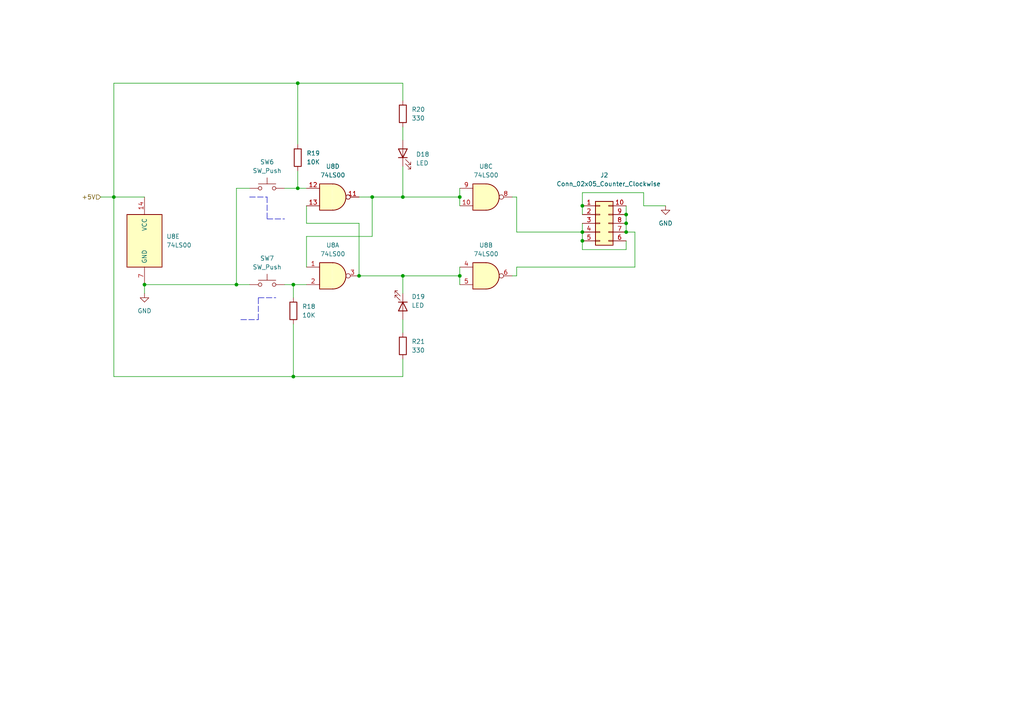
<source format=kicad_sch>
(kicad_sch (version 20211123) (generator eeschema)
  (paper "A4")
  (lib_symbols
    (symbol "74xx:74LS00" (pin_names (offset 1.016))
      (property "Reference" "U" (at 0 1.27 0))
      (property "Value" "74LS00" (at 0 -1.27 0))
      (symbol "74LS00_1_1"
        (arc (start 0 -3.81) (mid 3.81 0) (end 0 3.81) (stroke (width 0.254)) (fill (type background)))
        (polyline (pts (xy 0 3.81) (xy -3.81 3.81) (xy -3.81 -3.81) (xy 0 -3.81)) (stroke (width 0.254)) (fill (type background)))
        (pin input line (at -7.62 2.54 0) (length 3.81) (name "~") (number "1"))
        (pin input line (at -7.62 -2.54 0) (length 3.81) (name "~") (number "2"))
        (pin output inverted (at 7.62 0 180) (length 3.81) (name "~") (number "3"))
      )
      (symbol "74LS00_1_2"
        (arc (start -3.81 -3.81) (mid -2.589 0) (end -3.81 3.81) (stroke (width 0.254)))
        (arc (start -0.6096 -3.81) (mid 2.1842 -2.5851) (end 3.81 0) (stroke (width 0.254)) (fill (type background)))
        (polyline (pts (xy -3.81 -3.81) (xy -0.635 -3.81)) (stroke (width 0.254)) (fill (type background)))
        (polyline (pts (xy -3.81 3.81) (xy -0.635 3.81)) (stroke (width 0.254)) (fill (type background)))
        (polyline (pts (xy -0.635 3.81) (xy -3.81 3.81) (xy -3.81 3.81) (xy -3.556 3.4036) (xy -3.0226 2.2606) (xy -2.6924 1.0414) (xy -2.6162 -0.254) (xy -2.7686 -1.4986) (xy -3.175 -2.7178) (xy -3.81 -3.81) (xy -3.81 -3.81) (xy -0.635 -3.81)) (stroke (width -25.4)) (fill (type background)))
        (arc (start 3.81 0) (mid 2.1915 2.5936) (end -0.6096 3.81) (stroke (width 0.254)) (fill (type background)))
        (pin input inverted (at -7.62 2.54 0) (length 4.318) (name "~") (number "1"))
        (pin input inverted (at -7.62 -2.54 0) (length 4.318) (name "~") (number "2"))
        (pin output line (at 7.62 0 180) (length 3.81) (name "~") (number "3"))
      )
      (symbol "74LS00_2_1"
        (arc (start 0 -3.81) (mid 3.81 0) (end 0 3.81) (stroke (width 0.254)) (fill (type background)))
        (polyline (pts (xy 0 3.81) (xy -3.81 3.81) (xy -3.81 -3.81) (xy 0 -3.81)) (stroke (width 0.254)) (fill (type background)))
        (pin input line (at -7.62 2.54 0) (length 3.81) (name "~") (number "4"))
        (pin input line (at -7.62 -2.54 0) (length 3.81) (name "~") (number "5"))
        (pin output inverted (at 7.62 0 180) (length 3.81) (name "~") (number "6"))
      )
      (symbol "74LS00_2_2"
        (arc (start -3.81 -3.81) (mid -2.589 0) (end -3.81 3.81) (stroke (width 0.254)))
        (arc (start -0.6096 -3.81) (mid 2.1842 -2.5851) (end 3.81 0) (stroke (width 0.254)) (fill (type background)))
        (polyline (pts (xy -3.81 -3.81) (xy -0.635 -3.81)) (stroke (width 0.254)) (fill (type background)))
        (polyline (pts (xy -3.81 3.81) (xy -0.635 3.81)) (stroke (width 0.254)) (fill (type background)))
        (polyline (pts (xy -0.635 3.81) (xy -3.81 3.81) (xy -3.81 3.81) (xy -3.556 3.4036) (xy -3.0226 2.2606) (xy -2.6924 1.0414) (xy -2.6162 -0.254) (xy -2.7686 -1.4986) (xy -3.175 -2.7178) (xy -3.81 -3.81) (xy -3.81 -3.81) (xy -0.635 -3.81)) (stroke (width -25.4)) (fill (type background)))
        (arc (start 3.81 0) (mid 2.1915 2.5936) (end -0.6096 3.81) (stroke (width 0.254)) (fill (type background)))
        (pin input inverted (at -7.62 2.54 0) (length 4.318) (name "~") (number "4"))
        (pin input inverted (at -7.62 -2.54 0) (length 4.318) (name "~") (number "5"))
        (pin output line (at 7.62 0 180) (length 3.81) (name "~") (number "6"))
      )
      (symbol "74LS00_3_1"
        (arc (start 0 -3.81) (mid 3.81 0) (end 0 3.81) (stroke (width 0.254)) (fill (type background)))
        (polyline (pts (xy 0 3.81) (xy -3.81 3.81) (xy -3.81 -3.81) (xy 0 -3.81)) (stroke (width 0.254)) (fill (type background)))
        (pin input line (at -7.62 -2.54 0) (length 3.81) (name "~") (number "10"))
        (pin output inverted (at 7.62 0 180) (length 3.81) (name "~") (number "8"))
        (pin input line (at -7.62 2.54 0) (length 3.81) (name "~") (number "9"))
      )
      (symbol "74LS00_3_2"
        (arc (start -3.81 -3.81) (mid -2.589 0) (end -3.81 3.81) (stroke (width 0.254)))
        (arc (start -0.6096 -3.81) (mid 2.1842 -2.5851) (end 3.81 0) (stroke (width 0.254)) (fill (type background)))
        (polyline (pts (xy -3.81 -3.81) (xy -0.635 -3.81)) (stroke (width 0.254)) (fill (type background)))
        (polyline (pts (xy -3.81 3.81) (xy -0.635 3.81)) (stroke (width 0.254)) (fill (type background)))
        (polyline (pts (xy -0.635 3.81) (xy -3.81 3.81) (xy -3.81 3.81) (xy -3.556 3.4036) (xy -3.0226 2.2606) (xy -2.6924 1.0414) (xy -2.6162 -0.254) (xy -2.7686 -1.4986) (xy -3.175 -2.7178) (xy -3.81 -3.81) (xy -3.81 -3.81) (xy -0.635 -3.81)) (stroke (width -25.4)) (fill (type background)))
        (arc (start 3.81 0) (mid 2.1915 2.5936) (end -0.6096 3.81) (stroke (width 0.254)) (fill (type background)))
        (pin input inverted (at -7.62 -2.54 0) (length 4.318) (name "~") (number "10"))
        (pin output line (at 7.62 0 180) (length 3.81) (name "~") (number "8"))
        (pin input inverted (at -7.62 2.54 0) (length 4.318) (name "~") (number "9"))
      )
      (symbol "74LS00_4_1"
        (arc (start 0 -3.81) (mid 3.81 0) (end 0 3.81) (stroke (width 0.254)) (fill (type background)))
        (polyline (pts (xy 0 3.81) (xy -3.81 3.81) (xy -3.81 -3.81) (xy 0 -3.81)) (stroke (width 0.254)) (fill (type background)))
        (pin output inverted (at 7.62 0 180) (length 3.81) (name "~") (number "11"))
        (pin input line (at -7.62 2.54 0) (length 3.81) (name "~") (number "12"))
        (pin input line (at -7.62 -2.54 0) (length 3.81) (name "~") (number "13"))
      )
      (symbol "74LS00_4_2"
        (arc (start -3.81 -3.81) (mid -2.589 0) (end -3.81 3.81) (stroke (width 0.254)))
        (arc (start -0.6096 -3.81) (mid 2.1842 -2.5851) (end 3.81 0) (stroke (width 0.254)) (fill (type background)))
        (polyline (pts (xy -3.81 -3.81) (xy -0.635 -3.81)) (stroke (width 0.254)) (fill (type background)))
        (polyline (pts (xy -3.81 3.81) (xy -0.635 3.81)) (stroke (width 0.254)) (fill (type background)))
        (polyline (pts (xy -0.635 3.81) (xy -3.81 3.81) (xy -3.81 3.81) (xy -3.556 3.4036) (xy -3.0226 2.2606) (xy -2.6924 1.0414) (xy -2.6162 -0.254) (xy -2.7686 -1.4986) (xy -3.175 -2.7178) (xy -3.81 -3.81) (xy -3.81 -3.81) (xy -0.635 -3.81)) (stroke (width -25.4)) (fill (type background)))
        (arc (start 3.81 0) (mid 2.1915 2.5936) (end -0.6096 3.81) (stroke (width 0.254)) (fill (type background)))
        (pin output line (at 7.62 0 180) (length 3.81) (name "~") (number "11"))
        (pin input inverted (at -7.62 2.54 0) (length 4.318) (name "~") (number "12"))
        (pin input inverted (at -7.62 -2.54 0) (length 4.318) (name "~") (number "13"))
      )
      (symbol "74LS00_5_0"
        (pin power_in line (at 0 12.7 270) (length 5.08) (name "VCC") (number "14"))
        (pin power_in line (at 0 -12.7 90) (length 5.08) (name "GND") (number "7"))
      )
      (symbol "74LS00_5_1"
        (rectangle (start -5.08 7.62) (end 5.08 -7.62) (stroke (width 0.254)) (fill (type background)))
      )
    )
    (symbol "Connector_Generic:Conn_02x05_Counter_Clockwise" (pin_names (offset 1.016) hide)
      (property "Reference" "J" (at 1.27 7.62 0))
      (property "Value" "Conn_02x05_Counter_Clockwise" (at 1.27 -7.62 0))
      (symbol "Conn_02x05_Counter_Clockwise_1_1"
        (rectangle (start -1.27 -4.953) (end 0 -5.207) (stroke (width 0.1524)))
        (rectangle (start -1.27 -2.413) (end 0 -2.667) (stroke (width 0.1524)))
        (rectangle (start -1.27 0.127) (end 0 -0.127) (stroke (width 0.1524)))
        (rectangle (start -1.27 2.667) (end 0 2.413) (stroke (width 0.1524)))
        (rectangle (start -1.27 5.207) (end 0 4.953) (stroke (width 0.1524)))
        (rectangle (start -1.27 6.35) (end 3.81 -6.35) (stroke (width 0.254)) (fill (type background)))
        (rectangle (start 3.81 -4.953) (end 2.54 -5.207) (stroke (width 0.1524)))
        (rectangle (start 3.81 -2.413) (end 2.54 -2.667) (stroke (width 0.1524)))
        (rectangle (start 3.81 0.127) (end 2.54 -0.127) (stroke (width 0.1524)))
        (rectangle (start 3.81 2.667) (end 2.54 2.413) (stroke (width 0.1524)))
        (rectangle (start 3.81 5.207) (end 2.54 4.953) (stroke (width 0.1524)))
        (pin passive line (at -5.08 5.08 0) (length 3.81) (name "Pin_1") (number "1"))
        (pin passive line (at 7.62 5.08 180) (length 3.81) (name "Pin_10") (number "10"))
        (pin passive line (at -5.08 2.54 0) (length 3.81) (name "Pin_2") (number "2"))
        (pin passive line (at -5.08 0 0) (length 3.81) (name "Pin_3") (number "3"))
        (pin passive line (at -5.08 -2.54 0) (length 3.81) (name "Pin_4") (number "4"))
        (pin passive line (at -5.08 -5.08 0) (length 3.81) (name "Pin_5") (number "5"))
        (pin passive line (at 7.62 -5.08 180) (length 3.81) (name "Pin_6") (number "6"))
        (pin passive line (at 7.62 -2.54 180) (length 3.81) (name "Pin_7") (number "7"))
        (pin passive line (at 7.62 0 180) (length 3.81) (name "Pin_8") (number "8"))
        (pin passive line (at 7.62 2.54 180) (length 3.81) (name "Pin_9") (number "9"))
      )
    )
    (symbol "Device:LED" (pin_numbers hide) (pin_names (offset 1.016) hide)
      (property "Reference" "D" (at 0 2.54 0))
      (property "Value" "LED" (at 0 -2.54 0))
      (symbol "LED_0_1"
        (polyline (pts (xy -1.27 -1.27) (xy -1.27 1.27)) (stroke (width 0.254)))
        (polyline (pts (xy -1.27 0) (xy 1.27 0)))
        (polyline (pts (xy 1.27 -1.27) (xy 1.27 1.27) (xy -1.27 0) (xy 1.27 -1.27)) (stroke (width 0.254)))
        (polyline (pts (xy -3.048 -0.762) (xy -4.572 -2.286) (xy -3.81 -2.286) (xy -4.572 -2.286) (xy -4.572 -1.524)))
        (polyline (pts (xy -1.778 -0.762) (xy -3.302 -2.286) (xy -2.54 -2.286) (xy -3.302 -2.286) (xy -3.302 -1.524)))
      )
      (symbol "LED_1_1"
        (pin passive line (at -3.81 0 0) (length 2.54) (name "K") (number "1"))
        (pin passive line (at 3.81 0 180) (length 2.54) (name "A") (number "2"))
      )
    )
    (symbol "Device:R" (pin_numbers hide) (pin_names (offset 0))
      (property "Reference" "R" (at 2.032 0 90))
      (property "Value" "R" (at 0 0 90))
      (symbol "R_0_1"
        (rectangle (start -1.016 -2.54) (end 1.016 2.54) (stroke (width 0.254)))
      )
      (symbol "R_1_1"
        (pin passive line (at 0 3.81 270) (length 1.27) (name "~") (number "1"))
        (pin passive line (at 0 -3.81 90) (length 1.27) (name "~") (number "2"))
      )
    )
    (symbol "Switch:SW_Push" (pin_numbers hide) (pin_names (offset 1.016) hide)
      (property "Reference" "SW" (at 1.27 2.54 0))
      (property "Value" "SW_Push" (at 0 -1.524 0))
      (symbol "SW_Push_0_1"
        (circle (center -2.032 0) (radius 0.508))
        (polyline (pts (xy 0 1.27) (xy 0 3.048)))
        (polyline (pts (xy 2.54 1.27) (xy -2.54 1.27)))
        (circle (center 2.032 0) (radius 0.508))
        (pin passive line (at -5.08 0 0) (length 2.54) (name "1") (number "1"))
        (pin passive line (at 5.08 0 180) (length 2.54) (name "2") (number "2"))
      )
    )
    (symbol "power:GND" (power) (pin_names (offset 0))
      (property "Value" "GND" (at 0 -3.81 0))
      (symbol "GND_0_1"
        (polyline (pts (xy 0 0) (xy 0 -1.27) (xy 1.27 -1.27) (xy 0 -2.54) (xy -1.27 -1.27) (xy 0 -1.27)))
      )
      (symbol "GND_1_1"
        (pin power_in line (at 0 0 270) (length 0) hide (name "GND") (number "1"))
      )
    )
  )
  (junction (at 85.09 109.22))
  (junction (at 133.35 80.01))
  (junction (at 116.84 80.01))
  (junction (at 181.61 64.77))
  (junction (at 33.02 57.15))
  (junction (at 181.61 62.23))
  (junction (at 133.35 57.15))
  (junction (at 107.95 57.15))
  (junction (at 168.91 69.85))
  (junction (at 86.36 24.13))
  (junction (at 116.84 57.15))
  (junction (at 168.91 67.31))
  (junction (at 86.36 54.61))
  (junction (at 168.91 59.69))
  (junction (at 181.61 67.31))
  (junction (at 85.09 82.55))
  (junction (at 68.58 82.55))
  (junction (at 104.14 80.01))
  (junction (at 41.91 82.55))
  (wire (pts (xy 116.84 109.22) (xy 85.09 109.22)))
  (wire (pts (xy 68.58 82.55) (xy 72.39 82.55)))
  (wire (pts (xy 149.86 57.15) (xy 149.86 67.31)))
  (wire (pts (xy 149.86 67.31) (xy 168.91 67.31)))
  (wire (pts (xy 86.36 54.61) (xy 88.9 54.61)))
  (wire (pts (xy 116.84 92.71) (xy 116.84 96.52)))
  (wire (pts (xy 41.91 82.55) (xy 41.91 85.09)))
  (wire (pts (xy 116.84 29.21) (xy 116.84 24.13)))
  (wire (pts (xy 41.91 82.55) (xy 68.58 82.55)))
  (wire (pts (xy 168.91 67.31) (xy 168.91 69.85)))
  (wire (pts (xy 33.02 57.15) (xy 33.02 109.22)))
  (polyline (pts (xy 72.39 57.15) (xy 77.47 57.15)))
  (wire (pts (xy 85.09 93.98) (xy 85.09 109.22)))
  (wire (pts (xy 107.95 57.15) (xy 107.95 68.58)))
  (polyline (pts (xy 69.85 92.71) (xy 74.93 92.71)))
  (wire (pts (xy 33.02 24.13) (xy 33.02 57.15)))
  (wire (pts (xy 186.69 55.88) (xy 168.91 55.88)))
  (wire (pts (xy 82.55 82.55) (xy 85.09 82.55)))
  (wire (pts (xy 104.14 80.01) (xy 116.84 80.01)))
  (wire (pts (xy 133.35 80.01) (xy 133.35 82.55)))
  (wire (pts (xy 116.84 57.15) (xy 133.35 57.15)))
  (wire (pts (xy 193.04 59.69) (xy 186.69 59.69)))
  (wire (pts (xy 72.39 54.61) (xy 68.58 54.61)))
  (wire (pts (xy 116.84 48.26) (xy 116.84 57.15)))
  (wire (pts (xy 107.95 68.58) (xy 88.9 68.58)))
  (wire (pts (xy 133.35 57.15) (xy 133.35 59.69)))
  (wire (pts (xy 88.9 64.77) (xy 104.14 64.77)))
  (wire (pts (xy 168.91 69.85) (xy 168.91 72.39)))
  (wire (pts (xy 181.61 64.77) (xy 181.61 67.31)))
  (wire (pts (xy 116.84 24.13) (xy 86.36 24.13)))
  (wire (pts (xy 133.35 54.61) (xy 133.35 57.15)))
  (wire (pts (xy 29.21 57.15) (xy 33.02 57.15)))
  (wire (pts (xy 148.59 80.01) (xy 149.86 80.01)))
  (wire (pts (xy 181.61 67.31) (xy 184.15 67.31)))
  (wire (pts (xy 184.15 77.47) (xy 149.86 77.47)))
  (wire (pts (xy 88.9 68.58) (xy 88.9 77.47)))
  (wire (pts (xy 116.84 104.14) (xy 116.84 109.22)))
  (wire (pts (xy 86.36 24.13) (xy 86.36 41.91)))
  (wire (pts (xy 184.15 67.31) (xy 184.15 77.47)))
  (wire (pts (xy 88.9 59.69) (xy 88.9 64.77)))
  (polyline (pts (xy 77.47 57.15) (xy 77.47 63.5)))
  (wire (pts (xy 85.09 82.55) (xy 85.09 86.36)))
  (wire (pts (xy 116.84 36.83) (xy 116.84 40.64)))
  (polyline (pts (xy 77.47 63.5) (xy 82.55 63.5)))
  (wire (pts (xy 86.36 49.53) (xy 86.36 54.61)))
  (wire (pts (xy 149.86 77.47) (xy 149.86 80.01)))
  (wire (pts (xy 85.09 82.55) (xy 88.9 82.55)))
  (wire (pts (xy 68.58 54.61) (xy 68.58 82.55)))
  (polyline (pts (xy 74.93 86.36) (xy 80.01 86.36)))
  (wire (pts (xy 168.91 59.69) (xy 168.91 62.23)))
  (wire (pts (xy 148.59 57.15) (xy 149.86 57.15)))
  (wire (pts (xy 116.84 80.01) (xy 116.84 85.09)))
  (wire (pts (xy 181.61 69.85) (xy 181.61 72.39)))
  (wire (pts (xy 85.09 109.22) (xy 33.02 109.22)))
  (wire (pts (xy 168.91 72.39) (xy 181.61 72.39)))
  (wire (pts (xy 104.14 57.15) (xy 107.95 57.15)))
  (wire (pts (xy 168.91 55.88) (xy 168.91 59.69)))
  (wire (pts (xy 33.02 57.15) (xy 41.91 57.15)))
  (wire (pts (xy 186.69 59.69) (xy 186.69 55.88)))
  (wire (pts (xy 104.14 64.77) (xy 104.14 80.01)))
  (wire (pts (xy 133.35 77.47) (xy 133.35 80.01)))
  (wire (pts (xy 181.61 59.69) (xy 181.61 62.23)))
  (wire (pts (xy 82.55 54.61) (xy 86.36 54.61)))
  (wire (pts (xy 86.36 24.13) (xy 33.02 24.13)))
  (wire (pts (xy 181.61 62.23) (xy 181.61 64.77)))
  (polyline (pts (xy 74.93 92.71) (xy 74.93 86.36)))
  (wire (pts (xy 116.84 80.01) (xy 133.35 80.01)))
  (wire (pts (xy 168.91 64.77) (xy 168.91 67.31)))
  (wire (pts (xy 107.95 57.15) (xy 116.84 57.15)))
  (hierarchical_label "+5V" (shape input) (at 29.21 57.15 180))
  (symbol (lib_id "power:GND") (at 41.91 85.09 0) (unit 1)
    (property "Reference" "#PWR032" (effects hide))
    (property "Value" "GND" (at 41.91 90.17 0))
  )
  (symbol (lib_id "power:GND") (at 193.04 59.69 0) (unit 1)
    (property "Reference" "#PWR037" (effects hide))
    (property "Value" "GND" (at 193.04 64.77 0))
  )
  (symbol (lib_id "Device:R") (at 86.36 45.72 0) (unit 1)
    (property "Reference" "R19" (at 88.9 44.4499 0) (effects (justify left)))
    (property "Value" "10K" (at 88.9 46.9899 0) (effects (justify left)))
    (property "Footprint" "Resistor_THT:R_Axial_DIN0207_L6.3mm_D2.5mm_P10.16mm_Horizontal" (effects hide))
  )
  (symbol (lib_id "74xx:74LS00") (at 96.52 57.15 0) (unit 4)
    (property "Reference" "U8" (at 96.52 48.26 0))
    (property "Value" "74LS00" (at 96.52 50.8 0))
    (property "Footprint" "Package_DIP:DIP-14_W7.62mm" (effects hide))
    (property "Datasheet" "http://www.ti.com/lit/gpn/sn74ls00" (effects hide))
  )
  (symbol (lib_id "74xx:74LS00") (at 96.52 80.01 0) (unit 1)
    (property "Reference" "U8" (at 96.52 71.12 0))
    (property "Value" "74LS00" (at 96.52 73.66 0))
    (property "Footprint" "Package_DIP:DIP-14_W7.62mm" (effects hide))
    (property "Datasheet" "http://www.ti.com/lit/gpn/sn74ls00" (effects hide))
  )
  (symbol (lib_id "Device:R") (at 116.84 100.33 0) (unit 1)
    (property "Reference" "R21" (at 119.38 99.0599 0) (effects (justify left)))
    (property "Value" "330" (at 119.38 101.5999 0) (effects (justify left)))
    (property "Footprint" "Resistor_THT:R_Axial_DIN0207_L6.3mm_D2.5mm_P10.16mm_Horizontal" (effects hide))
  )
  (symbol (lib_id "Device:R") (at 85.09 90.17 0) (unit 1)
    (property "Reference" "R18" (at 87.63 88.8999 0) (effects (justify left)))
    (property "Value" "10K" (at 87.63 91.4399 0) (effects (justify left)))
    (property "Footprint" "Resistor_THT:R_Axial_DIN0207_L6.3mm_D2.5mm_P10.16mm_Horizontal" (effects hide))
  )
  (symbol (lib_id "Switch:SW_Push") (at 77.47 82.55 0) (unit 1)
    (property "Reference" "SW7" (at 77.47 74.93 0))
    (property "Value" "SW_Push" (at 77.47 77.47 0))
    (property "Footprint" "Button_Switch_THT:SW_Tactile_Straight_KSL0Axx1LFTR" (effects hide))
  )
  (symbol (lib_id "Device:LED") (at 116.84 88.9 270) (unit 1)
    (property "Reference" "D19" (at 119.38 86.0424 90) (effects (justify left)))
    (property "Value" "LED" (at 119.38 88.5824 90) (effects (justify left)))
    (property "Footprint" "LED_THT:LED_D3.0mm" (effects hide))
  )
  (symbol (lib_id "Device:R") (at 116.84 33.02 0) (unit 1)
    (property "Reference" "R20" (at 119.38 31.7499 0) (effects (justify left)))
    (property "Value" "330" (at 119.38 34.2899 0) (effects (justify left)))
    (property "Footprint" "Resistor_THT:R_Axial_DIN0207_L6.3mm_D2.5mm_P10.16mm_Horizontal" (effects hide))
  )
  (symbol (lib_id "74xx:74LS00") (at 140.97 57.15 0) (unit 3)
    (property "Reference" "U8" (at 140.97 48.26 0))
    (property "Value" "74LS00" (at 140.97 50.8 0))
    (property "Footprint" "Package_DIP:DIP-14_W7.62mm" (effects hide))
    (property "Datasheet" "http://www.ti.com/lit/gpn/sn74ls00" (effects hide))
  )
  (symbol (lib_id "Device:LED") (at 116.84 44.45 90) (unit 1)
    (property "Reference" "D18" (at 120.65 44.7674 90) (effects (justify right)))
    (property "Value" "LED" (at 120.65 47.3074 90) (effects (justify right)))
    (property "Footprint" "LED_THT:LED_D3.0mm" (effects hide))
  )
  (symbol (lib_id "74xx:74LS00") (at 140.97 80.01 0) (unit 2)
    (property "Reference" "U8" (at 140.97 71.12 0))
    (property "Value" "74LS00" (at 140.97 73.66 0))
    (property "Footprint" "Package_DIP:DIP-14_W7.62mm" (effects hide))
    (property "Datasheet" "http://www.ti.com/lit/gpn/sn74ls00" (effects hide))
  )
  (symbol (lib_id "74xx:74LS00") (at 41.91 69.85 0) (unit 5)
    (property "Reference" "U8" (at 48.26 68.5799 0) (effects (justify left)))
    (property "Value" "74LS00" (at 48.26 71.1199 0) (effects (justify left)))
    (property "Footprint" "Package_DIP:DIP-14_W7.62mm" (effects hide))
    (property "Datasheet" "http://www.ti.com/lit/gpn/sn74ls00" (effects hide))
  )
  (symbol (lib_id "Connector_Generic:Conn_02x05_Counter_Clockwise") (at 173.99 64.77 0) (unit 1)
    (property "Reference" "J2" (at 175.26 50.8 0))
    (property "Value" "Conn_02x05_Counter_Clockwise" (at 176.53 53.34 0))
    (property "Footprint" "Connector_PinSocket_2.54mm:PinSocket_2x05_P2.54mm_Vertical" (effects hide))
  )
  (symbol (lib_id "Switch:SW_Push") (at 77.47 54.61 0) (unit 1)
    (property "Reference" "SW6" (at 77.47 46.99 0))
    (property "Value" "SW_Push" (at 77.47 49.53 0))
    (property "Footprint" "Button_Switch_THT:SW_Tactile_Straight_KSL0Axx1LFTR" (effects hide))
  )
)
</source>
